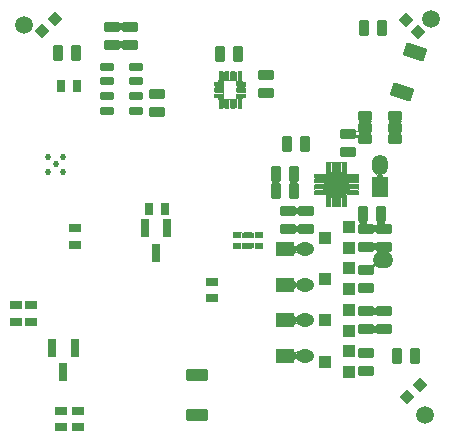
<source format=gts>
G04 #@! TF.GenerationSoftware,KiCad,Pcbnew,(6.0.2-0)*
G04 #@! TF.CreationDate,2022-07-16T10:45:31+02:00*
G04 #@! TF.ProjectId,Crazyflie contol board,4372617a-7966-46c6-9965-20636f6e746f,2.2*
G04 #@! TF.SameCoordinates,Original*
G04 #@! TF.FileFunction,Soldermask,Top*
G04 #@! TF.FilePolarity,Negative*
%FSLAX46Y46*%
G04 Gerber Fmt 4.6, Leading zero omitted, Abs format (unit mm)*
G04 Created by KiCad (PCBNEW (6.0.2-0)) date 2022-07-16 10:45:31*
%MOMM*%
%LPD*%
G01*
G04 APERTURE LIST*
G04 Aperture macros list*
%AMRoundRect*
0 Rectangle with rounded corners*
0 $1 Rounding radius*
0 $2 $3 $4 $5 $6 $7 $8 $9 X,Y pos of 4 corners*
0 Add a 4 corners polygon primitive as box body*
4,1,4,$2,$3,$4,$5,$6,$7,$8,$9,$2,$3,0*
0 Add four circle primitives for the rounded corners*
1,1,$1+$1,$2,$3*
1,1,$1+$1,$4,$5*
1,1,$1+$1,$6,$7*
1,1,$1+$1,$8,$9*
0 Add four rect primitives between the rounded corners*
20,1,$1+$1,$2,$3,$4,$5,0*
20,1,$1+$1,$4,$5,$6,$7,0*
20,1,$1+$1,$6,$7,$8,$9,0*
20,1,$1+$1,$8,$9,$2,$3,0*%
G04 Aperture macros list end*
%ADD10RoundRect,0.071120X-0.457200X0.457200X-0.457200X-0.457200X0.457200X-0.457200X0.457200X0.457200X0*%
%ADD11RoundRect,0.071120X-0.500380X0.350520X-0.500380X-0.350520X0.500380X-0.350520X0.500380X0.350520X0*%
%ADD12RoundRect,0.071120X0.571500X-0.317500X0.571500X0.317500X-0.571500X0.317500X-0.571500X-0.317500X0*%
%ADD13RoundRect,0.071120X0.317500X0.571500X-0.317500X0.571500X-0.317500X-0.571500X0.317500X-0.571500X0*%
%ADD14RoundRect,0.071120X-0.571500X0.317500X-0.571500X-0.317500X0.571500X-0.317500X0.571500X0.317500X0*%
%ADD15RoundRect,0.071120X-0.317500X-0.571500X0.317500X-0.571500X0.317500X0.571500X-0.317500X0.571500X0*%
%ADD16O,0.942340X0.391160*%
%ADD17O,0.391160X0.942340*%
%ADD18C,0.523240*%
%ADD19RoundRect,0.071120X0.849630X-0.849630X0.849630X0.849630X-0.849630X0.849630X-0.849630X-0.849630X0*%
%ADD20RoundRect,0.071120X0.000000X0.563960X-0.563960X0.000000X0.000000X-0.563960X0.563960X0.000000X0*%
%ADD21RoundRect,0.071120X0.563960X0.000000X0.000000X0.563960X-0.563960X0.000000X0.000000X-0.563960X0*%
%ADD22RoundRect,0.071120X0.000000X-0.563960X0.563960X0.000000X0.000000X0.563960X-0.563960X0.000000X0*%
%ADD23RoundRect,0.071120X0.599440X-0.800100X0.599440X0.800100X-0.599440X0.800100X-0.599440X-0.800100X0*%
%ADD24O,1.341120X1.742440*%
%ADD25RoundRect,0.071120X0.962672X0.213340X-0.653420X0.738440X-0.962672X-0.213340X0.653420X-0.738440X0*%
%ADD26RoundRect,0.071120X0.500380X-0.250190X0.500380X0.250190X-0.500380X0.250190X-0.500380X-0.250190X0*%
%ADD27RoundRect,0.071120X-0.299720X0.199390X-0.299720X-0.199390X0.299720X-0.199390X0.299720X0.199390X0*%
%ADD28RoundRect,0.071120X-0.400000X0.300000X-0.400000X-0.300000X0.400000X-0.300000X0.400000X0.300000X0*%
%ADD29RoundRect,0.071120X-0.850000X0.400000X-0.850000X-0.400000X0.850000X-0.400000X0.850000X0.400000X0*%
%ADD30RoundRect,0.071120X-0.300000X-0.400000X0.300000X-0.400000X0.300000X0.400000X-0.300000X0.400000X0*%
%ADD31RoundRect,0.071120X0.400000X-0.300000X0.400000X0.300000X-0.400000X0.300000X-0.400000X-0.300000X0*%
%ADD32RoundRect,0.070000X-0.300000X0.650000X-0.300000X-0.650000X0.300000X-0.650000X0.300000X0.650000X0*%
%ADD33C,1.500000*%
%ADD34RoundRect,0.071120X0.125000X-0.337500X0.125000X0.337500X-0.125000X0.337500X-0.125000X-0.337500X0*%
%ADD35RoundRect,0.071120X0.337500X-0.125000X0.337500X0.125000X-0.337500X0.125000X-0.337500X-0.125000X0*%
%ADD36RoundRect,0.071120X0.699770X-0.500380X0.699770X0.500380X-0.699770X0.500380X-0.699770X-0.500380X0*%
%ADD37O,1.541780X1.143000*%
%ADD38O,1.742440X1.341120*%
%ADD39C,0.522240*%
G04 APERTURE END LIST*
D10*
X147985480Y-103502460D03*
X150017480Y-104391460D03*
X150017480Y-102613460D03*
X147985480Y-107002580D03*
X150017480Y-107891580D03*
X150017480Y-106113580D03*
X147985480Y-110502700D03*
X150017480Y-111391700D03*
X150017480Y-109613700D03*
X147985480Y-114002820D03*
X150017480Y-114891820D03*
X150017480Y-113113820D03*
D11*
X151429720Y-93251020D03*
X151429720Y-94203520D03*
X151429720Y-95156020D03*
X153969720Y-95156020D03*
X153969720Y-94203520D03*
X153969720Y-93251020D03*
D12*
X152999440Y-111264700D03*
X152999440Y-109740700D03*
X143000000Y-91262000D03*
X143000000Y-89738000D03*
D13*
X140662660Y-88000000D03*
X139138660Y-88000000D03*
D14*
X131500880Y-85641180D03*
X131500880Y-87165180D03*
X129999740Y-85641180D03*
X129999740Y-87165180D03*
D13*
X155661360Y-113502440D03*
X154137360Y-113502440D03*
X152760680Y-101503480D03*
X151236680Y-101503480D03*
D12*
X152999440Y-104264460D03*
X152999440Y-102740460D03*
D15*
X125437900Y-87904320D03*
X126961900Y-87904320D03*
D12*
X151500840Y-114764820D03*
X151500840Y-113240820D03*
X151500840Y-111264700D03*
X151500840Y-109740700D03*
X151500840Y-107764580D03*
X151500840Y-106240580D03*
X151500840Y-104264460D03*
X151500840Y-102740460D03*
D16*
X150500080Y-99755960D03*
X150500080Y-99253040D03*
X150500080Y-98755200D03*
X150500080Y-98254820D03*
D17*
X149748240Y-97502980D03*
X149247860Y-97502980D03*
X148747480Y-97502980D03*
X148249640Y-97502980D03*
D16*
X147497800Y-98257360D03*
X147497800Y-98755200D03*
X147497800Y-99255580D03*
X147497800Y-99755960D03*
D17*
X148249640Y-100505260D03*
X148747480Y-100505260D03*
X149247860Y-100505260D03*
X149748240Y-100505260D03*
D18*
X149499320Y-99504500D03*
X148498560Y-99504500D03*
X148498560Y-98503740D03*
X149499320Y-98503740D03*
X148998940Y-99004120D03*
D19*
X148998940Y-99004120D03*
D20*
X156028635Y-115972345D03*
X154968965Y-117032015D03*
D21*
X155929575Y-86132915D03*
X154869905Y-85073245D03*
D22*
X124069865Y-86033855D03*
X125129535Y-84974185D03*
D14*
X149999700Y-94742000D03*
X149999700Y-96266000D03*
D12*
X144899380Y-102765860D03*
X144899380Y-101241860D03*
D13*
X145361660Y-99603560D03*
X143837660Y-99603560D03*
D15*
X151338280Y-85803740D03*
X152862280Y-85803740D03*
D12*
X146400520Y-102765860D03*
X146400520Y-101241860D03*
D23*
X152699720Y-99250500D03*
D24*
X152699720Y-97350580D03*
D15*
X143837660Y-98102420D03*
X145361660Y-98102420D03*
X144838420Y-95603060D03*
X146362420Y-95603060D03*
D25*
X154543524Y-91214700D03*
X155656516Y-87789260D03*
D14*
X133799580Y-91340940D03*
X133799580Y-92864940D03*
D26*
X129550160Y-89029540D03*
X129550160Y-90279220D03*
X129550160Y-91528900D03*
X129550160Y-92778580D03*
X132049520Y-92778580D03*
X132049520Y-91528900D03*
X132059680Y-90279220D03*
X132049520Y-89029540D03*
D27*
X142400020Y-103299260D03*
X142400020Y-104198420D03*
X141500860Y-103299260D03*
X141500860Y-104198420D03*
X140599160Y-103299260D03*
X140599160Y-104198420D03*
D28*
X138430000Y-107250000D03*
X138430000Y-108650000D03*
D29*
X137160000Y-115140000D03*
X137160000Y-118540000D03*
D28*
X127150000Y-118150000D03*
X127150000Y-119550000D03*
X125684280Y-118150000D03*
X125684280Y-119550000D03*
D30*
X125645720Y-90713560D03*
X127045720Y-90713560D03*
D28*
X123139200Y-109227160D03*
X123139200Y-110627160D03*
D31*
X126888240Y-104129840D03*
X126888240Y-102729840D03*
D28*
X121889520Y-109231200D03*
X121889520Y-110631200D03*
D30*
X133082840Y-101086920D03*
X134482840Y-101086920D03*
D32*
X126832400Y-112819760D03*
X124932400Y-112819760D03*
X125882400Y-114919760D03*
X134655560Y-102676960D03*
X132755560Y-102676960D03*
X133705560Y-104776960D03*
D33*
X157000000Y-85000000D03*
X156500000Y-118500000D03*
X122500000Y-85500000D03*
D34*
X139200000Y-92175000D03*
X139750000Y-92175000D03*
X140250000Y-92175000D03*
X140800000Y-92175000D03*
D35*
X140925000Y-91500000D03*
X140925000Y-91000000D03*
X140925000Y-90500000D03*
D34*
X140800000Y-89825000D03*
X140250000Y-89825000D03*
X139750000Y-89825000D03*
X139200000Y-89825000D03*
D35*
X139075000Y-90500000D03*
X139075000Y-91000000D03*
X139075000Y-91500000D03*
D36*
X144663160Y-113502440D03*
D37*
X146334480Y-113502440D03*
D36*
X144663160Y-110502700D03*
D37*
X146334480Y-110502700D03*
D36*
X144663160Y-107502960D03*
D37*
X146334480Y-107502960D03*
D36*
X144663160Y-104503220D03*
D37*
X146334480Y-104503220D03*
D38*
X152900380Y-105402380D03*
D39*
X124607320Y-96662240D03*
X124607320Y-97932240D03*
X125272800Y-97287080D03*
X125877320Y-97932240D03*
X125877320Y-96662240D03*
G36*
X145435969Y-113112145D02*
G01*
X145455645Y-113179157D01*
X145507988Y-113224512D01*
X145576541Y-113234369D01*
X145639638Y-113205553D01*
X145654685Y-113186634D01*
X145655340Y-113186376D01*
X145695430Y-113141380D01*
X145697329Y-113140752D01*
X145698822Y-113142082D01*
X145698510Y-113143928D01*
X145641902Y-113217700D01*
X145585012Y-113355047D01*
X145565607Y-113502440D01*
X145585012Y-113649833D01*
X145641902Y-113787180D01*
X145696487Y-113858316D01*
X145696748Y-113860299D01*
X145695161Y-113861517D01*
X145693393Y-113860849D01*
X145651926Y-113813315D01*
X145593284Y-113775904D01*
X145524027Y-113776134D01*
X145465889Y-113813772D01*
X145437234Y-113877075D01*
X145436045Y-113894093D01*
X145434927Y-113895752D01*
X145432932Y-113895612D01*
X145432050Y-113893954D01*
X145432050Y-113112708D01*
X145433050Y-113110976D01*
X145435050Y-113110976D01*
X145435969Y-113112145D01*
G37*
G36*
X152362804Y-110925253D02*
G01*
X152362972Y-110926528D01*
X152358820Y-110947399D01*
X152358820Y-111582001D01*
X152362972Y-111602872D01*
X152362329Y-111604766D01*
X152360367Y-111605156D01*
X152359347Y-111604373D01*
X152352571Y-111594232D01*
X152299195Y-111549624D01*
X152230480Y-111540992D01*
X152167850Y-111570956D01*
X152147798Y-111594099D01*
X152140933Y-111604373D01*
X152139139Y-111605258D01*
X152137476Y-111604147D01*
X152137308Y-111602872D01*
X152141460Y-111582001D01*
X152141460Y-110947399D01*
X152137308Y-110926528D01*
X152137951Y-110924634D01*
X152139913Y-110924244D01*
X152140933Y-110925027D01*
X152147709Y-110935168D01*
X152201085Y-110979776D01*
X152269800Y-110988408D01*
X152332430Y-110958444D01*
X152352482Y-110935301D01*
X152359347Y-110925027D01*
X152361141Y-110924142D01*
X152362804Y-110925253D01*
G37*
G36*
X145435969Y-110112405D02*
G01*
X145455645Y-110179417D01*
X145507988Y-110224772D01*
X145576541Y-110234629D01*
X145639638Y-110205813D01*
X145654685Y-110186894D01*
X145655340Y-110186636D01*
X145695430Y-110141640D01*
X145697329Y-110141012D01*
X145698822Y-110142342D01*
X145698510Y-110144188D01*
X145641902Y-110217960D01*
X145585012Y-110355307D01*
X145565607Y-110502700D01*
X145585012Y-110650093D01*
X145641902Y-110787440D01*
X145696487Y-110858576D01*
X145696748Y-110860559D01*
X145695161Y-110861777D01*
X145693393Y-110861109D01*
X145651926Y-110813575D01*
X145593284Y-110776164D01*
X145524027Y-110776394D01*
X145465889Y-110814032D01*
X145437234Y-110877335D01*
X145436045Y-110894353D01*
X145434927Y-110896012D01*
X145432932Y-110895872D01*
X145432050Y-110894214D01*
X145432050Y-110112968D01*
X145433050Y-110111236D01*
X145435050Y-110111236D01*
X145435969Y-110112405D01*
G37*
G36*
X152362804Y-109401253D02*
G01*
X152362972Y-109402528D01*
X152358820Y-109423399D01*
X152358820Y-110058001D01*
X152362972Y-110078872D01*
X152362329Y-110080766D01*
X152360367Y-110081156D01*
X152359347Y-110080373D01*
X152352571Y-110070232D01*
X152299195Y-110025624D01*
X152230480Y-110016992D01*
X152167850Y-110046956D01*
X152147798Y-110070099D01*
X152140933Y-110080373D01*
X152139139Y-110081258D01*
X152137476Y-110080147D01*
X152137308Y-110078872D01*
X152141460Y-110058001D01*
X152141460Y-109423399D01*
X152137308Y-109402528D01*
X152137951Y-109400634D01*
X152139913Y-109400244D01*
X152140933Y-109401027D01*
X152147709Y-109411168D01*
X152201085Y-109455776D01*
X152269800Y-109464408D01*
X152332430Y-109434444D01*
X152352482Y-109411301D01*
X152359347Y-109401027D01*
X152361141Y-109400142D01*
X152362804Y-109401253D01*
G37*
G36*
X145435969Y-107112665D02*
G01*
X145455645Y-107179677D01*
X145507988Y-107225032D01*
X145576541Y-107234889D01*
X145639638Y-107206073D01*
X145654685Y-107187154D01*
X145655340Y-107186896D01*
X145695430Y-107141900D01*
X145697329Y-107141272D01*
X145698822Y-107142602D01*
X145698510Y-107144448D01*
X145641902Y-107218220D01*
X145585012Y-107355567D01*
X145565607Y-107502960D01*
X145585012Y-107650353D01*
X145641902Y-107787700D01*
X145696487Y-107858836D01*
X145696748Y-107860819D01*
X145695161Y-107862037D01*
X145693393Y-107861369D01*
X145651926Y-107813835D01*
X145593284Y-107776424D01*
X145524027Y-107776654D01*
X145465889Y-107814292D01*
X145437234Y-107877595D01*
X145436045Y-107894613D01*
X145434927Y-107896272D01*
X145432932Y-107896132D01*
X145432050Y-107894474D01*
X145432050Y-107113228D01*
X145433050Y-107111496D01*
X145435050Y-107111496D01*
X145435969Y-107112665D01*
G37*
G36*
X152087566Y-105663435D02*
G01*
X152146778Y-105778157D01*
X152252377Y-105899207D01*
X152335837Y-105957864D01*
X152336679Y-105959678D01*
X152335529Y-105961314D01*
X152334121Y-105961418D01*
X152268615Y-105942093D01*
X152202138Y-105961521D01*
X152156666Y-106013864D01*
X152145414Y-106065429D01*
X152144068Y-106066908D01*
X152142114Y-106066482D01*
X152141460Y-106065003D01*
X152141460Y-105923279D01*
X152136161Y-105896643D01*
X152121187Y-105874233D01*
X152098777Y-105859259D01*
X152072141Y-105853960D01*
X151975059Y-105853960D01*
X151973327Y-105852960D01*
X151973327Y-105850960D01*
X151974496Y-105850041D01*
X152041511Y-105830364D01*
X152086866Y-105778021D01*
X152096752Y-105709266D01*
X152091465Y-105687231D01*
X152083896Y-105664997D01*
X152084284Y-105663035D01*
X152086177Y-105662390D01*
X152087566Y-105663435D01*
G37*
G36*
X145435969Y-104112925D02*
G01*
X145455645Y-104179937D01*
X145507988Y-104225292D01*
X145576541Y-104235149D01*
X145639638Y-104206333D01*
X145654685Y-104187414D01*
X145655340Y-104187156D01*
X145695430Y-104142160D01*
X145697329Y-104141532D01*
X145698822Y-104142862D01*
X145698510Y-104144708D01*
X145641902Y-104218480D01*
X145585012Y-104355827D01*
X145565607Y-104503220D01*
X145585012Y-104650613D01*
X145641902Y-104787960D01*
X145696487Y-104859096D01*
X145696748Y-104861079D01*
X145695161Y-104862297D01*
X145693393Y-104861629D01*
X145651926Y-104814095D01*
X145593284Y-104776684D01*
X145524027Y-104776914D01*
X145465889Y-104814552D01*
X145437234Y-104877855D01*
X145436045Y-104894873D01*
X145434927Y-104896532D01*
X145432932Y-104896392D01*
X145432050Y-104894734D01*
X145432050Y-104113488D01*
X145433050Y-104111756D01*
X145435050Y-104111756D01*
X145435969Y-104112925D01*
G37*
G36*
X152383980Y-104634073D02*
G01*
X152401503Y-104645781D01*
X152428139Y-104651080D01*
X153561009Y-104651080D01*
X153562741Y-104652080D01*
X153562741Y-104654080D01*
X153561936Y-104654852D01*
X153501513Y-104686458D01*
X153467239Y-104746643D01*
X153470945Y-104815800D01*
X153511602Y-104872184D01*
X153520269Y-104878325D01*
X153525438Y-104881656D01*
X153525784Y-104881938D01*
X153534845Y-104891191D01*
X153535342Y-104893128D01*
X153533913Y-104894527D01*
X153532266Y-104894226D01*
X153416961Y-104813188D01*
X153267303Y-104754839D01*
X153107925Y-104733856D01*
X153101029Y-104733820D01*
X152699844Y-104733820D01*
X152540248Y-104753133D01*
X152389985Y-104809913D01*
X152365156Y-104826978D01*
X152363162Y-104827135D01*
X152362029Y-104825487D01*
X152362528Y-104824001D01*
X152405026Y-104776195D01*
X152415752Y-104707774D01*
X152391184Y-104652121D01*
X152391216Y-104651828D01*
X152390840Y-104651266D01*
X152390673Y-104650963D01*
X152387719Y-104644271D01*
X152384054Y-104640995D01*
X152383724Y-104640615D01*
X152381206Y-104636847D01*
X152381075Y-104634852D01*
X152382738Y-104633740D01*
X152383980Y-104634073D01*
G37*
G36*
X152362804Y-103925013D02*
G01*
X152362972Y-103926288D01*
X152358820Y-103947159D01*
X152358820Y-104581761D01*
X152362972Y-104602631D01*
X152362329Y-104604525D01*
X152360367Y-104604915D01*
X152359347Y-104604132D01*
X152352571Y-104593992D01*
X152299195Y-104549384D01*
X152230480Y-104540752D01*
X152167850Y-104570716D01*
X152147798Y-104593859D01*
X152140933Y-104604133D01*
X152139139Y-104605018D01*
X152137476Y-104603907D01*
X152137308Y-104602632D01*
X152141460Y-104581761D01*
X152141460Y-103947159D01*
X152137308Y-103926288D01*
X152137951Y-103924394D01*
X152139913Y-103924004D01*
X152140933Y-103924787D01*
X152147709Y-103934928D01*
X152201085Y-103979536D01*
X152269800Y-103988168D01*
X152332430Y-103958204D01*
X152352482Y-103935061D01*
X152359347Y-103924787D01*
X152361141Y-103923902D01*
X152362804Y-103925013D01*
G37*
G36*
X141855465Y-103952294D02*
G01*
X141860624Y-103955741D01*
X141860796Y-103955869D01*
X141901384Y-103989790D01*
X141970099Y-103998423D01*
X142032729Y-103968460D01*
X142040242Y-103959788D01*
X142042132Y-103959134D01*
X142043644Y-103960444D01*
X142043417Y-103962209D01*
X142036479Y-103972593D01*
X142031180Y-103999229D01*
X142031180Y-104397611D01*
X142036479Y-104424247D01*
X142048189Y-104441772D01*
X142048320Y-104443768D01*
X142046657Y-104444879D01*
X142045415Y-104444546D01*
X142040256Y-104441099D01*
X142040084Y-104440971D01*
X141999496Y-104407050D01*
X141930781Y-104398417D01*
X141868151Y-104428380D01*
X141860638Y-104437052D01*
X141858748Y-104437706D01*
X141857236Y-104436396D01*
X141857463Y-104434631D01*
X141864401Y-104424247D01*
X141869700Y-104397611D01*
X141869700Y-103999229D01*
X141864401Y-103972593D01*
X141852691Y-103955068D01*
X141852560Y-103953072D01*
X141854223Y-103951961D01*
X141855465Y-103952294D01*
G37*
G36*
X140953762Y-103952293D02*
G01*
X140953914Y-103952394D01*
X140954090Y-103952525D01*
X141000956Y-103991691D01*
X141069671Y-104000322D01*
X141132302Y-103970357D01*
X141139814Y-103961688D01*
X141141704Y-103961034D01*
X141143215Y-103962344D01*
X141142988Y-103964109D01*
X141137319Y-103972593D01*
X141132020Y-103999229D01*
X141132020Y-104397611D01*
X141137319Y-104424247D01*
X141149028Y-104441770D01*
X141149159Y-104443766D01*
X141147496Y-104444877D01*
X141146258Y-104444547D01*
X141146106Y-104444446D01*
X141145930Y-104444315D01*
X141099064Y-104405149D01*
X141030349Y-104396518D01*
X140967718Y-104426483D01*
X140960206Y-104435152D01*
X140958316Y-104435806D01*
X140956805Y-104434496D01*
X140957032Y-104432731D01*
X140962701Y-104424247D01*
X140968000Y-104397611D01*
X140968000Y-103999229D01*
X140962701Y-103972593D01*
X140950992Y-103955070D01*
X140950861Y-103953074D01*
X140952524Y-103951963D01*
X140953762Y-103952293D01*
G37*
G36*
X141855465Y-103053134D02*
G01*
X141860624Y-103056581D01*
X141860796Y-103056709D01*
X141901384Y-103090630D01*
X141970099Y-103099263D01*
X142032729Y-103069300D01*
X142040242Y-103060628D01*
X142042132Y-103059974D01*
X142043644Y-103061284D01*
X142043417Y-103063049D01*
X142036479Y-103073433D01*
X142031180Y-103100069D01*
X142031180Y-103498451D01*
X142036479Y-103525087D01*
X142048189Y-103542612D01*
X142048320Y-103544608D01*
X142046657Y-103545719D01*
X142045415Y-103545386D01*
X142040256Y-103541939D01*
X142040084Y-103541811D01*
X141999496Y-103507890D01*
X141930781Y-103499257D01*
X141868151Y-103529220D01*
X141860638Y-103537892D01*
X141858748Y-103538546D01*
X141857236Y-103537236D01*
X141857463Y-103535471D01*
X141864401Y-103525087D01*
X141869700Y-103498451D01*
X141869700Y-103100069D01*
X141864401Y-103073433D01*
X141852691Y-103055908D01*
X141852560Y-103053912D01*
X141854223Y-103052801D01*
X141855465Y-103053134D01*
G37*
G36*
X140953762Y-103053133D02*
G01*
X140953914Y-103053234D01*
X140954090Y-103053365D01*
X141000956Y-103092531D01*
X141069671Y-103101162D01*
X141132302Y-103071197D01*
X141139814Y-103062528D01*
X141141704Y-103061874D01*
X141143215Y-103063184D01*
X141142988Y-103064949D01*
X141137319Y-103073433D01*
X141132020Y-103100069D01*
X141132020Y-103498451D01*
X141137319Y-103525087D01*
X141149028Y-103542610D01*
X141149159Y-103544606D01*
X141147496Y-103545717D01*
X141146258Y-103545387D01*
X141146106Y-103545286D01*
X141145930Y-103545155D01*
X141099064Y-103505989D01*
X141030349Y-103497358D01*
X140967718Y-103527323D01*
X140960206Y-103535992D01*
X140958316Y-103536646D01*
X140956805Y-103535336D01*
X140957032Y-103533571D01*
X140962701Y-103525087D01*
X140968000Y-103498451D01*
X140968000Y-103100069D01*
X140962701Y-103073433D01*
X140950992Y-103055910D01*
X140950861Y-103053914D01*
X140952524Y-103052803D01*
X140953762Y-103053133D01*
G37*
G36*
X145763884Y-102426414D02*
G01*
X145764052Y-102427689D01*
X145759900Y-102448559D01*
X145759900Y-103083161D01*
X145764052Y-103104031D01*
X145763409Y-103105925D01*
X145761447Y-103106315D01*
X145760427Y-103105532D01*
X145752381Y-103093491D01*
X145699005Y-103048883D01*
X145630290Y-103040251D01*
X145567660Y-103070215D01*
X145547608Y-103093358D01*
X145539473Y-103105532D01*
X145537679Y-103106417D01*
X145536016Y-103105306D01*
X145535848Y-103104031D01*
X145540000Y-103083161D01*
X145540000Y-102448559D01*
X145535848Y-102427689D01*
X145536491Y-102425795D01*
X145538453Y-102425405D01*
X145539473Y-102426188D01*
X145547519Y-102438229D01*
X145600895Y-102482837D01*
X145669610Y-102491469D01*
X145732240Y-102461505D01*
X145752292Y-102438362D01*
X145760427Y-102426188D01*
X145762221Y-102425303D01*
X145763884Y-102426414D01*
G37*
G36*
X152362804Y-102401013D02*
G01*
X152362972Y-102402288D01*
X152358820Y-102423159D01*
X152358820Y-103057761D01*
X152362972Y-103078632D01*
X152362329Y-103080526D01*
X152360367Y-103080916D01*
X152359347Y-103080133D01*
X152352571Y-103069992D01*
X152299195Y-103025384D01*
X152230480Y-103016752D01*
X152167850Y-103046716D01*
X152147798Y-103069859D01*
X152140933Y-103080133D01*
X152139139Y-103081018D01*
X152137476Y-103079907D01*
X152137308Y-103078632D01*
X152141460Y-103057761D01*
X152141460Y-102423159D01*
X152137308Y-102402288D01*
X152137951Y-102400394D01*
X152139913Y-102400004D01*
X152140933Y-102400787D01*
X152147709Y-102410928D01*
X152201085Y-102455536D01*
X152269800Y-102464168D01*
X152332430Y-102434204D01*
X152352482Y-102411061D01*
X152359347Y-102400787D01*
X152361141Y-102399902D01*
X152362804Y-102401013D01*
G37*
G36*
X151600211Y-102129317D02*
G01*
X151599750Y-102130731D01*
X151560425Y-102177784D01*
X151551792Y-102246500D01*
X151581682Y-102308975D01*
X151640743Y-102345461D01*
X151673392Y-102349858D01*
X151674975Y-102351080D01*
X151674708Y-102353062D01*
X151673125Y-102353840D01*
X150929539Y-102353840D01*
X150908457Y-102358034D01*
X150906563Y-102357391D01*
X150906173Y-102355429D01*
X150906532Y-102354789D01*
X150951134Y-102301419D01*
X150959765Y-102232703D01*
X150929802Y-102170074D01*
X150906659Y-102150022D01*
X150897008Y-102143573D01*
X150896123Y-102141779D01*
X150897234Y-102140116D01*
X150898509Y-102139948D01*
X150919379Y-102144100D01*
X151553981Y-102144100D01*
X151580617Y-102138801D01*
X151597104Y-102127785D01*
X151599100Y-102127654D01*
X151600211Y-102129317D01*
G37*
G36*
X153124211Y-102129317D02*
G01*
X153123750Y-102130731D01*
X153084425Y-102177784D01*
X153075792Y-102246500D01*
X153105682Y-102308975D01*
X153164743Y-102345461D01*
X153197392Y-102349858D01*
X153198975Y-102351080D01*
X153198708Y-102353062D01*
X153197125Y-102353840D01*
X152428139Y-102353840D01*
X152407269Y-102357992D01*
X152405375Y-102357349D01*
X152404985Y-102355387D01*
X152405768Y-102354367D01*
X152417826Y-102346310D01*
X152462433Y-102292935D01*
X152471066Y-102224219D01*
X152441103Y-102161590D01*
X152419935Y-102143249D01*
X152419281Y-102141359D01*
X152420591Y-102139847D01*
X152421635Y-102139775D01*
X152443379Y-102144100D01*
X153077981Y-102144100D01*
X153104617Y-102138801D01*
X153121104Y-102127785D01*
X153123100Y-102127654D01*
X153124211Y-102129317D01*
G37*
G36*
X145763884Y-100902414D02*
G01*
X145764052Y-100903689D01*
X145759900Y-100924559D01*
X145759900Y-101559161D01*
X145764052Y-101580031D01*
X145763409Y-101581925D01*
X145761447Y-101582315D01*
X145760427Y-101581532D01*
X145752381Y-101569491D01*
X145699005Y-101524883D01*
X145630290Y-101516251D01*
X145567660Y-101546215D01*
X145547608Y-101569358D01*
X145539473Y-101581532D01*
X145537679Y-101582417D01*
X145536016Y-101581306D01*
X145535848Y-101580031D01*
X145540000Y-101559161D01*
X145540000Y-100924559D01*
X145535848Y-100903689D01*
X145536491Y-100901795D01*
X145538453Y-100901405D01*
X145539473Y-100902188D01*
X145547519Y-100914229D01*
X145600895Y-100958837D01*
X145669610Y-100967469D01*
X145732240Y-100937505D01*
X145752292Y-100914362D01*
X145760427Y-100902188D01*
X145762221Y-100901303D01*
X145763884Y-100902414D01*
G37*
G36*
X149895637Y-99907395D02*
G01*
X149895304Y-99908637D01*
X149892366Y-99913033D01*
X149892238Y-99913205D01*
X149857519Y-99954749D01*
X149848887Y-100023464D01*
X149877499Y-100083268D01*
X149877345Y-100085262D01*
X149875540Y-100086125D01*
X149874584Y-100085794D01*
X149822306Y-100050863D01*
X149748240Y-100036130D01*
X149674174Y-100050863D01*
X149611386Y-100092816D01*
X149569433Y-100155604D01*
X149554660Y-100229869D01*
X149554660Y-100780651D01*
X149569433Y-100854916D01*
X149603417Y-100905777D01*
X149603548Y-100907773D01*
X149601885Y-100908884D01*
X149600468Y-100908420D01*
X149583256Y-100893978D01*
X149583117Y-100894144D01*
X149581238Y-100894828D01*
X149580205Y-100894305D01*
X149554373Y-100869675D01*
X149486365Y-100856568D01*
X149421973Y-100882348D01*
X149409477Y-100896768D01*
X149409252Y-100896990D01*
X149395635Y-100908416D01*
X149393665Y-100908763D01*
X149392379Y-100907231D01*
X149392686Y-100905773D01*
X149426667Y-100854916D01*
X149441440Y-100780651D01*
X149441440Y-100229869D01*
X149426667Y-100155604D01*
X149384714Y-100092816D01*
X149321926Y-100050863D01*
X149247860Y-100036130D01*
X149173794Y-100050863D01*
X149111006Y-100092816D01*
X149069053Y-100155604D01*
X149054280Y-100229869D01*
X149054280Y-100780651D01*
X149069053Y-100854916D01*
X149103037Y-100905777D01*
X149103168Y-100907773D01*
X149101505Y-100908884D01*
X149100088Y-100908420D01*
X149082876Y-100893978D01*
X149082737Y-100894144D01*
X149080858Y-100894828D01*
X149079825Y-100894305D01*
X149053993Y-100869675D01*
X148985985Y-100856568D01*
X148921593Y-100882348D01*
X148909097Y-100896768D01*
X148908872Y-100896990D01*
X148895255Y-100908416D01*
X148893285Y-100908763D01*
X148891999Y-100907231D01*
X148892306Y-100905773D01*
X148926287Y-100854916D01*
X148941060Y-100780651D01*
X148941060Y-100229869D01*
X148926287Y-100155604D01*
X148884334Y-100092816D01*
X148821546Y-100050863D01*
X148747480Y-100036130D01*
X148673414Y-100050863D01*
X148610626Y-100092816D01*
X148568673Y-100155604D01*
X148553900Y-100229869D01*
X148553900Y-100780651D01*
X148568673Y-100854916D01*
X148602657Y-100905777D01*
X148602788Y-100907773D01*
X148601125Y-100908884D01*
X148599708Y-100908420D01*
X148582496Y-100893978D01*
X148581896Y-100894693D01*
X148580016Y-100895377D01*
X148578984Y-100894854D01*
X148554888Y-100871877D01*
X148486881Y-100858767D01*
X148422489Y-100884542D01*
X148413590Y-100894812D01*
X148413364Y-100895034D01*
X148397414Y-100908418D01*
X148395444Y-100908765D01*
X148394158Y-100907233D01*
X148394465Y-100905775D01*
X148428447Y-100854916D01*
X148443220Y-100780651D01*
X148443220Y-100229869D01*
X148428447Y-100155604D01*
X148386494Y-100092816D01*
X148323706Y-100050863D01*
X148249640Y-100036130D01*
X148175574Y-100050863D01*
X148116255Y-100090498D01*
X148114259Y-100090629D01*
X148113148Y-100088966D01*
X148113479Y-100087727D01*
X148145032Y-100040300D01*
X148146131Y-99971049D01*
X148110791Y-99914093D01*
X148110727Y-99912094D01*
X148112427Y-99911040D01*
X148113601Y-99911376D01*
X148122873Y-99917571D01*
X148149509Y-99922870D01*
X149848371Y-99922870D01*
X149875007Y-99917571D01*
X149892530Y-99905863D01*
X149894526Y-99905732D01*
X149895637Y-99907395D01*
G37*
G36*
X148091074Y-98119022D02*
G01*
X148090738Y-98120196D01*
X148085489Y-98128053D01*
X148080190Y-98154689D01*
X148080190Y-99853551D01*
X148085489Y-99880187D01*
X148097197Y-99897709D01*
X148097328Y-99899705D01*
X148095665Y-99900816D01*
X148094423Y-99900483D01*
X148086299Y-99895055D01*
X148086127Y-99894927D01*
X148049257Y-99864114D01*
X147980542Y-99855481D01*
X147920455Y-99884228D01*
X147918461Y-99884074D01*
X147917598Y-99882269D01*
X147917929Y-99881313D01*
X147952197Y-99830026D01*
X147966930Y-99755960D01*
X147952197Y-99681894D01*
X147910244Y-99619106D01*
X147847456Y-99577153D01*
X147773191Y-99562380D01*
X147222409Y-99562380D01*
X147148144Y-99577153D01*
X147097283Y-99611137D01*
X147095287Y-99611268D01*
X147094176Y-99609605D01*
X147094640Y-99608188D01*
X147109082Y-99590976D01*
X147108916Y-99590837D01*
X147108232Y-99588958D01*
X147108755Y-99587925D01*
X147133385Y-99562093D01*
X147146492Y-99494085D01*
X147120712Y-99429693D01*
X147106292Y-99417197D01*
X147106070Y-99416972D01*
X147094644Y-99403355D01*
X147094297Y-99401385D01*
X147095829Y-99400099D01*
X147097287Y-99400406D01*
X147148144Y-99434387D01*
X147222409Y-99449160D01*
X147773191Y-99449160D01*
X147847456Y-99434387D01*
X147910244Y-99392434D01*
X147952197Y-99329646D01*
X147966930Y-99255580D01*
X147952197Y-99181514D01*
X147910244Y-99118726D01*
X147847456Y-99076773D01*
X147773191Y-99062000D01*
X147222409Y-99062000D01*
X147148144Y-99076773D01*
X147097283Y-99110757D01*
X147095287Y-99110888D01*
X147094176Y-99109225D01*
X147094640Y-99107808D01*
X147109082Y-99090596D01*
X147108916Y-99090457D01*
X147108232Y-99088578D01*
X147108755Y-99087545D01*
X147133385Y-99061713D01*
X147146492Y-98993705D01*
X147120712Y-98929313D01*
X147106292Y-98916817D01*
X147106070Y-98916592D01*
X147094644Y-98902975D01*
X147094297Y-98901005D01*
X147095829Y-98899719D01*
X147097287Y-98900026D01*
X147148144Y-98934007D01*
X147222409Y-98948780D01*
X147773191Y-98948780D01*
X147847456Y-98934007D01*
X147910244Y-98892054D01*
X147952197Y-98829266D01*
X147966930Y-98755200D01*
X147952197Y-98681134D01*
X147910244Y-98618346D01*
X147847456Y-98576393D01*
X147773191Y-98561620D01*
X147222409Y-98561620D01*
X147148144Y-98576393D01*
X147097283Y-98610377D01*
X147095287Y-98610508D01*
X147094176Y-98608845D01*
X147094640Y-98607428D01*
X147109082Y-98590216D01*
X147108367Y-98589616D01*
X147107683Y-98587736D01*
X147108206Y-98586704D01*
X147131183Y-98562608D01*
X147144293Y-98494601D01*
X147118518Y-98430209D01*
X147108248Y-98421310D01*
X147108026Y-98421084D01*
X147094642Y-98405134D01*
X147094295Y-98403164D01*
X147095827Y-98401878D01*
X147097285Y-98402185D01*
X147148144Y-98436167D01*
X147222409Y-98450940D01*
X147773191Y-98450940D01*
X147847456Y-98436167D01*
X147910244Y-98394214D01*
X147952197Y-98331426D01*
X147966930Y-98257360D01*
X147952197Y-98183294D01*
X147911964Y-98123079D01*
X147911833Y-98121083D01*
X147913496Y-98119972D01*
X147914735Y-98120303D01*
X147961814Y-98151626D01*
X148031066Y-98152725D01*
X148088021Y-98117386D01*
X148090020Y-98117322D01*
X148091074Y-98119022D01*
G37*
G36*
X149903457Y-98107757D02*
G01*
X149907856Y-98110696D01*
X149908028Y-98110824D01*
X149949569Y-98145541D01*
X150018284Y-98154173D01*
X150078088Y-98125561D01*
X150080082Y-98125715D01*
X150080945Y-98127520D01*
X150080614Y-98128476D01*
X150045683Y-98180754D01*
X150030950Y-98254820D01*
X150045683Y-98328886D01*
X150087636Y-98391674D01*
X150150424Y-98433627D01*
X150224689Y-98448400D01*
X150775471Y-98448400D01*
X150849736Y-98433627D01*
X150900597Y-98399643D01*
X150902593Y-98399512D01*
X150903704Y-98401175D01*
X150903240Y-98402592D01*
X150888798Y-98419804D01*
X150888964Y-98419943D01*
X150889648Y-98421822D01*
X150889125Y-98422855D01*
X150864495Y-98448687D01*
X150851388Y-98516695D01*
X150877168Y-98581087D01*
X150891588Y-98593583D01*
X150891810Y-98593808D01*
X150903236Y-98607425D01*
X150903583Y-98609395D01*
X150902051Y-98610681D01*
X150900593Y-98610374D01*
X150849736Y-98576393D01*
X150775471Y-98561620D01*
X150224689Y-98561620D01*
X150150424Y-98576393D01*
X150087636Y-98618346D01*
X150045683Y-98681134D01*
X150030950Y-98755200D01*
X150045683Y-98829266D01*
X150087636Y-98892054D01*
X150150424Y-98934007D01*
X150224689Y-98948780D01*
X150775471Y-98948780D01*
X150849736Y-98934007D01*
X150900597Y-98900023D01*
X150902593Y-98899892D01*
X150903704Y-98901555D01*
X150903240Y-98902972D01*
X150888798Y-98920184D01*
X150889513Y-98920784D01*
X150890197Y-98922664D01*
X150889674Y-98923696D01*
X150866697Y-98947792D01*
X150853587Y-99015799D01*
X150879362Y-99080191D01*
X150889632Y-99089090D01*
X150889854Y-99089316D01*
X150903238Y-99105266D01*
X150903585Y-99107236D01*
X150902053Y-99108522D01*
X150900595Y-99108215D01*
X150849736Y-99074233D01*
X150775471Y-99059460D01*
X150224689Y-99059460D01*
X150150424Y-99074233D01*
X150087636Y-99116186D01*
X150045683Y-99178974D01*
X150030950Y-99253040D01*
X150045683Y-99327106D01*
X150087636Y-99389894D01*
X150150424Y-99431847D01*
X150224689Y-99446620D01*
X150775471Y-99446620D01*
X150849736Y-99431847D01*
X150900597Y-99397863D01*
X150902593Y-99397732D01*
X150903704Y-99399395D01*
X150903240Y-99400812D01*
X150888612Y-99418245D01*
X150889099Y-99419581D01*
X150888576Y-99420614D01*
X150862296Y-99448176D01*
X150849188Y-99516184D01*
X150874966Y-99580574D01*
X150893544Y-99596672D01*
X150893766Y-99596898D01*
X150903238Y-99608186D01*
X150903585Y-99610156D01*
X150902053Y-99611442D01*
X150900595Y-99611135D01*
X150849736Y-99577153D01*
X150775471Y-99562380D01*
X150224689Y-99562380D01*
X150150424Y-99577153D01*
X150087636Y-99619106D01*
X150045683Y-99681894D01*
X150030950Y-99755960D01*
X150045683Y-99830026D01*
X150084720Y-99888451D01*
X150084851Y-99890447D01*
X150083188Y-99891558D01*
X150081949Y-99891227D01*
X150034178Y-99859443D01*
X149964927Y-99858342D01*
X149907969Y-99893682D01*
X149905970Y-99893746D01*
X149904916Y-99892046D01*
X149905252Y-99890872D01*
X149912391Y-99880187D01*
X149917690Y-99853551D01*
X149917690Y-98154689D01*
X149912391Y-98128053D01*
X149900683Y-98110531D01*
X149900552Y-98108535D01*
X149902215Y-98107424D01*
X149903457Y-98107757D01*
G37*
G36*
X145701725Y-98739531D02*
G01*
X145702115Y-98741493D01*
X145701332Y-98742513D01*
X145689291Y-98750559D01*
X145644683Y-98803935D01*
X145636051Y-98872650D01*
X145666015Y-98935280D01*
X145689158Y-98955332D01*
X145701332Y-98963467D01*
X145702217Y-98965261D01*
X145701106Y-98966924D01*
X145699831Y-98967092D01*
X145678961Y-98962940D01*
X145044359Y-98962940D01*
X145023489Y-98967092D01*
X145021595Y-98966449D01*
X145021205Y-98964487D01*
X145021988Y-98963467D01*
X145034029Y-98955421D01*
X145078637Y-98902045D01*
X145087269Y-98833330D01*
X145057305Y-98770700D01*
X145034162Y-98750648D01*
X145021988Y-98742513D01*
X145021103Y-98740719D01*
X145022214Y-98739056D01*
X145023489Y-98738888D01*
X145044359Y-98743040D01*
X145678961Y-98743040D01*
X145699831Y-98738888D01*
X145701725Y-98739531D01*
G37*
G36*
X144177725Y-98739531D02*
G01*
X144178115Y-98741493D01*
X144177332Y-98742513D01*
X144165291Y-98750559D01*
X144120683Y-98803935D01*
X144112051Y-98872650D01*
X144142015Y-98935280D01*
X144165158Y-98955332D01*
X144177332Y-98963467D01*
X144178217Y-98965261D01*
X144177106Y-98966924D01*
X144175831Y-98967092D01*
X144154961Y-98962940D01*
X143520359Y-98962940D01*
X143499489Y-98967092D01*
X143497595Y-98966449D01*
X143497205Y-98964487D01*
X143497988Y-98963467D01*
X143510029Y-98955421D01*
X143554637Y-98902045D01*
X143563269Y-98833330D01*
X143533305Y-98770700D01*
X143510162Y-98750648D01*
X143497988Y-98742513D01*
X143497103Y-98740719D01*
X143498214Y-98739056D01*
X143499489Y-98738888D01*
X143520359Y-98743040D01*
X144154961Y-98743040D01*
X144175831Y-98738888D01*
X144177725Y-98739531D01*
G37*
G36*
X152367184Y-98126166D02*
G01*
X152460136Y-98175381D01*
X152615930Y-98214513D01*
X152776559Y-98215355D01*
X152932758Y-98177855D01*
X153025132Y-98130177D01*
X153027129Y-98130271D01*
X153028047Y-98132048D01*
X153027097Y-98133657D01*
X153001558Y-98149369D01*
X152954984Y-98201030D01*
X152943780Y-98269378D01*
X152971306Y-98332930D01*
X153028939Y-98371592D01*
X153066068Y-98377303D01*
X153067628Y-98378555D01*
X153067324Y-98380532D01*
X153065764Y-98381280D01*
X152332061Y-98381280D01*
X152330329Y-98380280D01*
X152330329Y-98378280D01*
X152331498Y-98377361D01*
X152398510Y-98357685D01*
X152443865Y-98305342D01*
X152453722Y-98236789D01*
X152424889Y-98173654D01*
X152397846Y-98150356D01*
X152365176Y-98129623D01*
X152364250Y-98127850D01*
X152365321Y-98126162D01*
X152367184Y-98126166D01*
G37*
G36*
X149395632Y-97099820D02*
G01*
X149412844Y-97114262D01*
X149412983Y-97114096D01*
X149414862Y-97113412D01*
X149415895Y-97113935D01*
X149441727Y-97138565D01*
X149509735Y-97151672D01*
X149574127Y-97125892D01*
X149586623Y-97111472D01*
X149586848Y-97111250D01*
X149600465Y-97099824D01*
X149602435Y-97099477D01*
X149603721Y-97101009D01*
X149603414Y-97102467D01*
X149569433Y-97153324D01*
X149554660Y-97227589D01*
X149554660Y-97778371D01*
X149569433Y-97852636D01*
X149611386Y-97915424D01*
X149674174Y-97957377D01*
X149748240Y-97972110D01*
X149822306Y-97957377D01*
X149881625Y-97917742D01*
X149883621Y-97917611D01*
X149884732Y-97919274D01*
X149884401Y-97920513D01*
X149852848Y-97967940D01*
X149851749Y-98037191D01*
X149887089Y-98094147D01*
X149887153Y-98096146D01*
X149885453Y-98097200D01*
X149884279Y-98096864D01*
X149875007Y-98090669D01*
X149848371Y-98085370D01*
X148149509Y-98085370D01*
X148122873Y-98090669D01*
X148105351Y-98102377D01*
X148103355Y-98102508D01*
X148102244Y-98100845D01*
X148102577Y-98099603D01*
X148105514Y-98095207D01*
X148105642Y-98095035D01*
X148140361Y-98053491D01*
X148148993Y-97984776D01*
X148120381Y-97924972D01*
X148120535Y-97922978D01*
X148122340Y-97922115D01*
X148123296Y-97922446D01*
X148175574Y-97957377D01*
X148249640Y-97972110D01*
X148323706Y-97957377D01*
X148386494Y-97915424D01*
X148428447Y-97852636D01*
X148443220Y-97778371D01*
X148443220Y-97227589D01*
X148428447Y-97153324D01*
X148394463Y-97102463D01*
X148394332Y-97100467D01*
X148395995Y-97099356D01*
X148397412Y-97099820D01*
X148414624Y-97114262D01*
X148415224Y-97113547D01*
X148417104Y-97112863D01*
X148418136Y-97113386D01*
X148442232Y-97136363D01*
X148510239Y-97149473D01*
X148574631Y-97123698D01*
X148583530Y-97113428D01*
X148583756Y-97113206D01*
X148599706Y-97099822D01*
X148601676Y-97099475D01*
X148602962Y-97101007D01*
X148602655Y-97102465D01*
X148568673Y-97153324D01*
X148553900Y-97227589D01*
X148553900Y-97778371D01*
X148568673Y-97852636D01*
X148610626Y-97915424D01*
X148673414Y-97957377D01*
X148747480Y-97972110D01*
X148821546Y-97957377D01*
X148884334Y-97915424D01*
X148926287Y-97852636D01*
X148941060Y-97778371D01*
X148941060Y-97227589D01*
X148926287Y-97153324D01*
X148892303Y-97102463D01*
X148892172Y-97100467D01*
X148893835Y-97099356D01*
X148895252Y-97099820D01*
X148912464Y-97114262D01*
X148912603Y-97114096D01*
X148914482Y-97113412D01*
X148915515Y-97113935D01*
X148941347Y-97138565D01*
X149009355Y-97151672D01*
X149073747Y-97125892D01*
X149086243Y-97111472D01*
X149086468Y-97111250D01*
X149100085Y-97099824D01*
X149102055Y-97099477D01*
X149103341Y-97101009D01*
X149103034Y-97102467D01*
X149069053Y-97153324D01*
X149054280Y-97227589D01*
X149054280Y-97778371D01*
X149069053Y-97852636D01*
X149111006Y-97915424D01*
X149173794Y-97957377D01*
X149247860Y-97972110D01*
X149321926Y-97957377D01*
X149384714Y-97915424D01*
X149426667Y-97852636D01*
X149441440Y-97778371D01*
X149441440Y-97227589D01*
X149426667Y-97153324D01*
X149392683Y-97102463D01*
X149392552Y-97100467D01*
X149394215Y-97099356D01*
X149395632Y-97099820D01*
G37*
G36*
X150644239Y-94701201D02*
G01*
X150663915Y-94768213D01*
X150716258Y-94813568D01*
X150784811Y-94823425D01*
X150847956Y-94794587D01*
X150861734Y-94778971D01*
X150863630Y-94778334D01*
X150865130Y-94779657D01*
X150865196Y-94780684D01*
X150860220Y-94805699D01*
X150860220Y-95163236D01*
X150859220Y-95164968D01*
X150857220Y-95164968D01*
X150856301Y-95163799D01*
X150836625Y-95096787D01*
X150784282Y-95051432D01*
X150715729Y-95041575D01*
X150652584Y-95070413D01*
X150638806Y-95086029D01*
X150636910Y-95086666D01*
X150635410Y-95085343D01*
X150635344Y-95084316D01*
X150640320Y-95059301D01*
X150640320Y-94701764D01*
X150641320Y-94700032D01*
X150643320Y-94700032D01*
X150644239Y-94701201D01*
G37*
G36*
X150885380Y-94606152D02*
G01*
X150902903Y-94617861D01*
X150929539Y-94623160D01*
X151929901Y-94623160D01*
X151956537Y-94617861D01*
X151974061Y-94606152D01*
X151976057Y-94606021D01*
X151977168Y-94607684D01*
X151976835Y-94608926D01*
X151975319Y-94611196D01*
X151954539Y-94677560D01*
X151975328Y-94748358D01*
X151976835Y-94750614D01*
X151976966Y-94752610D01*
X151975303Y-94753721D01*
X151974061Y-94753388D01*
X151956537Y-94741679D01*
X151929901Y-94736380D01*
X150929539Y-94736380D01*
X150902903Y-94741679D01*
X150885380Y-94753388D01*
X150883384Y-94753519D01*
X150882273Y-94751856D01*
X150882606Y-94750614D01*
X150884121Y-94748346D01*
X150904901Y-94681981D01*
X150884112Y-94611181D01*
X150882606Y-94608926D01*
X150882475Y-94606930D01*
X150884138Y-94605819D01*
X150885380Y-94606152D01*
G37*
G36*
X153425379Y-94606152D02*
G01*
X153442903Y-94617861D01*
X153469539Y-94623160D01*
X154469901Y-94623160D01*
X154496537Y-94617861D01*
X154514061Y-94606152D01*
X154516057Y-94606021D01*
X154517168Y-94607684D01*
X154516835Y-94608926D01*
X154515319Y-94611196D01*
X154494539Y-94677560D01*
X154515328Y-94748358D01*
X154516835Y-94750614D01*
X154516966Y-94752610D01*
X154515303Y-94753721D01*
X154514061Y-94753388D01*
X154496537Y-94741679D01*
X154469901Y-94736380D01*
X153469539Y-94736380D01*
X153442903Y-94741679D01*
X153425379Y-94753388D01*
X153423383Y-94753519D01*
X153422272Y-94751856D01*
X153422605Y-94750614D01*
X153424121Y-94748344D01*
X153444901Y-94681980D01*
X153424112Y-94611182D01*
X153422605Y-94608926D01*
X153422474Y-94606930D01*
X153424137Y-94605819D01*
X153425379Y-94606152D01*
G37*
G36*
X150859442Y-94319185D02*
G01*
X150860220Y-94320768D01*
X150860220Y-94553841D01*
X150865519Y-94580477D01*
X150866373Y-94581756D01*
X150866504Y-94583752D01*
X150864840Y-94584863D01*
X150863427Y-94584402D01*
X150816372Y-94545078D01*
X150747657Y-94536447D01*
X150685182Y-94566337D01*
X150648698Y-94625399D01*
X150644302Y-94658039D01*
X150643080Y-94659622D01*
X150641098Y-94659355D01*
X150640320Y-94657772D01*
X150640320Y-94424699D01*
X150635021Y-94398063D01*
X150634167Y-94396784D01*
X150634036Y-94394788D01*
X150635700Y-94393677D01*
X150637113Y-94394138D01*
X150684168Y-94433462D01*
X150752883Y-94442093D01*
X150815358Y-94412203D01*
X150851842Y-94353141D01*
X150856238Y-94320501D01*
X150857460Y-94318918D01*
X150859442Y-94319185D01*
G37*
G36*
X153425379Y-93653652D02*
G01*
X153442903Y-93665361D01*
X153469539Y-93670660D01*
X154469901Y-93670660D01*
X154496537Y-93665361D01*
X154514061Y-93653652D01*
X154516057Y-93653521D01*
X154517168Y-93655184D01*
X154516835Y-93656426D01*
X154515319Y-93658696D01*
X154494539Y-93725060D01*
X154515328Y-93795858D01*
X154516835Y-93798114D01*
X154516966Y-93800110D01*
X154515303Y-93801221D01*
X154514061Y-93800888D01*
X154496537Y-93789179D01*
X154469901Y-93783880D01*
X153469539Y-93783880D01*
X153442903Y-93789179D01*
X153425379Y-93800888D01*
X153423383Y-93801019D01*
X153422272Y-93799356D01*
X153422605Y-93798114D01*
X153424121Y-93795844D01*
X153444901Y-93729480D01*
X153424112Y-93658682D01*
X153422605Y-93656426D01*
X153422474Y-93654430D01*
X153424137Y-93653319D01*
X153425379Y-93653652D01*
G37*
G36*
X150885379Y-93653652D02*
G01*
X150902903Y-93665361D01*
X150929539Y-93670660D01*
X151929901Y-93670660D01*
X151956537Y-93665361D01*
X151974061Y-93653652D01*
X151976057Y-93653521D01*
X151977168Y-93655184D01*
X151976835Y-93656426D01*
X151975319Y-93658696D01*
X151954539Y-93725060D01*
X151975328Y-93795858D01*
X151976835Y-93798114D01*
X151976966Y-93800110D01*
X151975303Y-93801221D01*
X151974061Y-93800888D01*
X151956537Y-93789179D01*
X151929901Y-93783880D01*
X150929539Y-93783880D01*
X150902903Y-93789179D01*
X150885379Y-93800888D01*
X150883383Y-93801019D01*
X150882272Y-93799356D01*
X150882605Y-93798114D01*
X150884121Y-93795844D01*
X150904901Y-93729480D01*
X150884112Y-93658682D01*
X150882605Y-93656426D01*
X150882474Y-93654430D01*
X150884137Y-93653319D01*
X150885379Y-93653652D01*
G37*
G36*
X139929886Y-91790765D02*
G01*
X139931427Y-91791794D01*
X139997790Y-91812573D01*
X140068587Y-91791785D01*
X140070114Y-91790765D01*
X140072110Y-91790634D01*
X140073221Y-91792297D01*
X140072888Y-91793539D01*
X140061179Y-91811063D01*
X140055880Y-91837699D01*
X140055880Y-92512301D01*
X140061179Y-92538937D01*
X140072888Y-92556461D01*
X140073019Y-92558457D01*
X140071356Y-92559568D01*
X140070114Y-92559235D01*
X140068573Y-92558206D01*
X140002210Y-92537427D01*
X139931413Y-92558215D01*
X139929886Y-92559235D01*
X139927890Y-92559366D01*
X139926779Y-92557703D01*
X139927112Y-92556461D01*
X139938821Y-92538937D01*
X139944120Y-92512301D01*
X139944120Y-91837699D01*
X139938821Y-91811063D01*
X139927112Y-91793539D01*
X139926981Y-91791543D01*
X139928644Y-91790432D01*
X139929886Y-91790765D01*
G37*
G36*
X140521385Y-91639906D02*
G01*
X140523679Y-91651437D01*
X140538653Y-91673847D01*
X140561063Y-91688821D01*
X140587699Y-91694120D01*
X141117856Y-91694120D01*
X141119588Y-91695120D01*
X141119588Y-91697120D01*
X141118419Y-91698039D01*
X141051407Y-91717715D01*
X141006072Y-91770036D01*
X140998182Y-91837733D01*
X140996988Y-91839337D01*
X140996195Y-91839501D01*
X140996120Y-91839501D01*
X140994388Y-91838501D01*
X140994221Y-91837877D01*
X140994158Y-91837890D01*
X140988821Y-91811063D01*
X140973847Y-91788653D01*
X140951437Y-91773679D01*
X140924801Y-91768380D01*
X140675199Y-91768380D01*
X140648563Y-91773679D01*
X140626153Y-91788653D01*
X140611179Y-91811063D01*
X140605880Y-91837699D01*
X140605880Y-92512301D01*
X140611179Y-92538937D01*
X140622887Y-92556460D01*
X140623018Y-92558456D01*
X140621355Y-92559567D01*
X140620113Y-92559234D01*
X140615510Y-92556158D01*
X140615338Y-92556030D01*
X140574054Y-92521530D01*
X140505339Y-92512899D01*
X140442709Y-92542863D01*
X140435197Y-92551532D01*
X140433307Y-92552186D01*
X140431796Y-92550876D01*
X140432023Y-92549111D01*
X140438821Y-92538937D01*
X140444120Y-92512301D01*
X140444120Y-91837699D01*
X140438821Y-91811063D01*
X140423847Y-91788653D01*
X140401437Y-91773679D01*
X140379165Y-91769248D01*
X140377661Y-91767929D01*
X140378051Y-91765967D01*
X140379377Y-91765294D01*
X140440452Y-91759829D01*
X140495146Y-91717342D01*
X140518245Y-91651869D01*
X140517428Y-91640439D01*
X140518302Y-91638640D01*
X140520297Y-91638497D01*
X140521385Y-91639906D01*
G37*
G36*
X139484033Y-91628051D02*
G01*
X139484706Y-91629377D01*
X139490171Y-91690452D01*
X139532658Y-91745146D01*
X139598131Y-91768245D01*
X139609561Y-91767428D01*
X139611360Y-91768302D01*
X139611503Y-91770297D01*
X139610094Y-91771385D01*
X139598563Y-91773679D01*
X139576153Y-91788653D01*
X139561179Y-91811063D01*
X139555880Y-91837699D01*
X139555880Y-92512301D01*
X139561179Y-92538937D01*
X139572887Y-92556460D01*
X139573018Y-92558456D01*
X139571355Y-92559567D01*
X139570113Y-92559234D01*
X139565510Y-92556158D01*
X139565338Y-92556030D01*
X139524054Y-92521530D01*
X139455339Y-92512899D01*
X139392709Y-92542863D01*
X139385197Y-92551532D01*
X139383307Y-92552186D01*
X139381796Y-92550876D01*
X139382023Y-92549111D01*
X139388821Y-92538937D01*
X139394120Y-92512301D01*
X139394120Y-91837699D01*
X139388821Y-91811063D01*
X139373847Y-91788653D01*
X139351437Y-91773679D01*
X139324801Y-91768380D01*
X139075199Y-91768380D01*
X139048563Y-91773679D01*
X139026153Y-91788653D01*
X139011179Y-91811063D01*
X139005938Y-91837406D01*
X139004619Y-91838910D01*
X139002657Y-91838520D01*
X139001984Y-91837194D01*
X138996521Y-91776120D01*
X138954054Y-91721448D01*
X138881525Y-91698023D01*
X138880184Y-91696539D01*
X138880799Y-91694636D01*
X138882140Y-91694120D01*
X139412301Y-91694120D01*
X139438937Y-91688821D01*
X139461347Y-91673847D01*
X139476321Y-91651437D01*
X139480752Y-91629165D01*
X139482071Y-91627661D01*
X139484033Y-91628051D01*
G37*
G36*
X138693539Y-91177112D02*
G01*
X138711063Y-91188821D01*
X138737699Y-91194120D01*
X139412301Y-91194120D01*
X139438937Y-91188821D01*
X139456461Y-91177112D01*
X139458457Y-91176981D01*
X139459568Y-91178644D01*
X139459235Y-91179886D01*
X139458206Y-91181427D01*
X139437427Y-91247790D01*
X139458215Y-91318587D01*
X139459235Y-91320114D01*
X139459366Y-91322110D01*
X139457703Y-91323221D01*
X139456461Y-91322888D01*
X139438937Y-91311179D01*
X139412301Y-91305880D01*
X138737699Y-91305880D01*
X138711063Y-91311179D01*
X138693539Y-91322888D01*
X138691543Y-91323019D01*
X138690432Y-91321356D01*
X138690765Y-91320114D01*
X138691794Y-91318573D01*
X138712573Y-91252210D01*
X138691785Y-91181413D01*
X138690765Y-91179886D01*
X138690634Y-91177890D01*
X138692297Y-91176779D01*
X138693539Y-91177112D01*
G37*
G36*
X140543539Y-91177112D02*
G01*
X140561063Y-91188821D01*
X140587699Y-91194120D01*
X141262301Y-91194120D01*
X141288937Y-91188821D01*
X141306461Y-91177112D01*
X141308457Y-91176981D01*
X141309568Y-91178644D01*
X141309235Y-91179886D01*
X141308206Y-91181427D01*
X141287427Y-91247790D01*
X141308215Y-91318587D01*
X141309235Y-91320114D01*
X141309366Y-91322110D01*
X141307703Y-91323221D01*
X141306461Y-91322888D01*
X141288937Y-91311179D01*
X141262301Y-91305880D01*
X140587699Y-91305880D01*
X140561063Y-91311179D01*
X140543539Y-91322888D01*
X140541543Y-91323019D01*
X140540432Y-91321356D01*
X140540765Y-91320114D01*
X140541794Y-91318573D01*
X140562573Y-91252210D01*
X140541785Y-91181413D01*
X140540765Y-91179886D01*
X140540634Y-91177890D01*
X140542297Y-91176779D01*
X140543539Y-91177112D01*
G37*
G36*
X140543539Y-90677112D02*
G01*
X140561063Y-90688821D01*
X140587699Y-90694120D01*
X141262301Y-90694120D01*
X141288937Y-90688821D01*
X141306461Y-90677112D01*
X141308457Y-90676981D01*
X141309568Y-90678644D01*
X141309235Y-90679886D01*
X141308206Y-90681427D01*
X141287427Y-90747790D01*
X141308215Y-90818587D01*
X141309235Y-90820114D01*
X141309366Y-90822110D01*
X141307703Y-90823221D01*
X141306461Y-90822888D01*
X141288937Y-90811179D01*
X141262301Y-90805880D01*
X140587699Y-90805880D01*
X140561063Y-90811179D01*
X140543539Y-90822888D01*
X140541543Y-90823019D01*
X140540432Y-90821356D01*
X140540765Y-90820114D01*
X140541794Y-90818573D01*
X140562573Y-90752210D01*
X140541785Y-90681413D01*
X140540765Y-90679886D01*
X140540634Y-90677890D01*
X140542297Y-90676779D01*
X140543539Y-90677112D01*
G37*
G36*
X138693539Y-90677112D02*
G01*
X138711063Y-90688821D01*
X138737699Y-90694120D01*
X139412301Y-90694120D01*
X139438937Y-90688821D01*
X139456461Y-90677112D01*
X139458457Y-90676981D01*
X139459568Y-90678644D01*
X139459235Y-90679886D01*
X139458206Y-90681427D01*
X139437427Y-90747790D01*
X139458215Y-90818587D01*
X139459235Y-90820114D01*
X139459366Y-90822110D01*
X139457703Y-90823221D01*
X139456461Y-90822888D01*
X139438937Y-90811179D01*
X139412301Y-90805880D01*
X138737699Y-90805880D01*
X138711063Y-90811179D01*
X138693539Y-90822888D01*
X138691543Y-90823019D01*
X138690432Y-90821356D01*
X138690765Y-90820114D01*
X138691794Y-90818573D01*
X138712573Y-90752210D01*
X138691785Y-90681413D01*
X138690765Y-90679886D01*
X138690634Y-90677890D01*
X138692297Y-90676779D01*
X138693539Y-90677112D01*
G37*
G36*
X140429887Y-89440766D02*
G01*
X140434490Y-89443842D01*
X140434662Y-89443970D01*
X140475946Y-89478470D01*
X140544661Y-89487101D01*
X140607291Y-89457137D01*
X140614803Y-89448468D01*
X140616693Y-89447814D01*
X140618204Y-89449124D01*
X140617977Y-89450889D01*
X140611179Y-89461063D01*
X140605880Y-89487699D01*
X140605880Y-90162301D01*
X140611179Y-90188937D01*
X140626153Y-90211347D01*
X140648563Y-90226321D01*
X140675199Y-90231620D01*
X140924801Y-90231620D01*
X140951437Y-90226321D01*
X140973847Y-90211347D01*
X140988821Y-90188937D01*
X140994062Y-90162594D01*
X140995381Y-90161090D01*
X140997343Y-90161480D01*
X140998016Y-90162806D01*
X141003479Y-90223880D01*
X141045946Y-90278552D01*
X141118475Y-90301977D01*
X141119816Y-90303461D01*
X141119201Y-90305364D01*
X141117860Y-90305880D01*
X140587699Y-90305880D01*
X140561063Y-90311179D01*
X140538653Y-90326153D01*
X140523679Y-90348563D01*
X140519248Y-90370835D01*
X140517929Y-90372339D01*
X140515967Y-90371949D01*
X140515294Y-90370623D01*
X140509829Y-90309548D01*
X140467342Y-90254854D01*
X140401869Y-90231755D01*
X140390439Y-90232572D01*
X140388640Y-90231698D01*
X140388497Y-90229703D01*
X140389906Y-90228615D01*
X140401437Y-90226321D01*
X140423847Y-90211347D01*
X140438821Y-90188937D01*
X140444120Y-90162301D01*
X140444120Y-89487699D01*
X140438821Y-89461063D01*
X140427113Y-89443540D01*
X140426982Y-89441544D01*
X140428645Y-89440433D01*
X140429887Y-89440766D01*
G37*
G36*
X139379887Y-89440766D02*
G01*
X139384490Y-89443842D01*
X139384662Y-89443970D01*
X139425946Y-89478470D01*
X139494661Y-89487101D01*
X139557291Y-89457137D01*
X139564803Y-89448468D01*
X139566693Y-89447814D01*
X139568204Y-89449124D01*
X139567977Y-89450889D01*
X139561179Y-89461063D01*
X139555880Y-89487699D01*
X139555880Y-90162301D01*
X139561179Y-90188937D01*
X139576153Y-90211347D01*
X139598563Y-90226321D01*
X139620835Y-90230752D01*
X139622339Y-90232071D01*
X139621949Y-90234033D01*
X139620623Y-90234706D01*
X139559548Y-90240171D01*
X139504854Y-90282658D01*
X139481755Y-90348131D01*
X139482572Y-90359561D01*
X139481698Y-90361360D01*
X139479703Y-90361503D01*
X139478615Y-90360094D01*
X139476321Y-90348563D01*
X139461347Y-90326153D01*
X139438937Y-90311179D01*
X139412301Y-90305880D01*
X138882144Y-90305880D01*
X138880412Y-90304880D01*
X138880412Y-90302880D01*
X138881581Y-90301961D01*
X138948593Y-90282285D01*
X138993928Y-90229964D01*
X139001818Y-90162267D01*
X139003012Y-90160663D01*
X139003805Y-90160499D01*
X139003880Y-90160499D01*
X139005612Y-90161499D01*
X139005779Y-90162123D01*
X139005842Y-90162110D01*
X139011179Y-90188937D01*
X139026153Y-90211347D01*
X139048563Y-90226321D01*
X139075199Y-90231620D01*
X139324801Y-90231620D01*
X139351437Y-90226321D01*
X139373847Y-90211347D01*
X139388821Y-90188937D01*
X139394120Y-90162301D01*
X139394120Y-89487699D01*
X139388821Y-89461063D01*
X139377113Y-89443540D01*
X139376982Y-89441544D01*
X139378645Y-89440433D01*
X139379887Y-89440766D01*
G37*
G36*
X139929886Y-89440765D02*
G01*
X139931427Y-89441794D01*
X139997790Y-89462573D01*
X140068587Y-89441785D01*
X140070114Y-89440765D01*
X140072110Y-89440634D01*
X140073221Y-89442297D01*
X140072888Y-89443539D01*
X140061179Y-89461063D01*
X140055880Y-89487699D01*
X140055880Y-90162301D01*
X140061179Y-90188937D01*
X140072888Y-90206461D01*
X140073019Y-90208457D01*
X140071356Y-90209568D01*
X140070114Y-90209235D01*
X140068573Y-90208206D01*
X140002210Y-90187427D01*
X139931413Y-90208215D01*
X139929886Y-90209235D01*
X139927890Y-90209366D01*
X139926779Y-90207703D01*
X139927112Y-90206461D01*
X139938821Y-90188937D01*
X139944120Y-90162301D01*
X139944120Y-89487699D01*
X139938821Y-89461063D01*
X139927112Y-89443539D01*
X139926981Y-89441543D01*
X139928644Y-89440432D01*
X139929886Y-89440765D01*
G37*
G36*
X130864244Y-86825734D02*
G01*
X130864412Y-86827009D01*
X130860260Y-86847879D01*
X130860260Y-87482481D01*
X130864412Y-87503351D01*
X130863769Y-87505245D01*
X130861807Y-87505635D01*
X130860787Y-87504852D01*
X130852741Y-87492811D01*
X130799365Y-87448203D01*
X130730650Y-87439571D01*
X130668020Y-87469535D01*
X130647968Y-87492678D01*
X130639833Y-87504852D01*
X130638039Y-87505737D01*
X130636376Y-87504626D01*
X130636208Y-87503351D01*
X130640360Y-87482481D01*
X130640360Y-86847879D01*
X130636208Y-86827009D01*
X130636851Y-86825115D01*
X130638813Y-86824725D01*
X130639833Y-86825508D01*
X130647879Y-86837549D01*
X130701255Y-86882157D01*
X130769970Y-86890789D01*
X130832600Y-86860825D01*
X130852652Y-86837682D01*
X130860787Y-86825508D01*
X130862581Y-86824623D01*
X130864244Y-86825734D01*
G37*
G36*
X130864244Y-85301734D02*
G01*
X130864412Y-85303009D01*
X130860260Y-85323879D01*
X130860260Y-85958481D01*
X130864412Y-85979351D01*
X130863769Y-85981245D01*
X130861807Y-85981635D01*
X130860787Y-85980852D01*
X130852741Y-85968811D01*
X130799365Y-85924203D01*
X130730650Y-85915571D01*
X130668020Y-85945535D01*
X130647968Y-85968678D01*
X130639833Y-85980852D01*
X130638039Y-85981737D01*
X130636376Y-85980626D01*
X130636208Y-85979351D01*
X130640360Y-85958481D01*
X130640360Y-85323879D01*
X130636208Y-85303009D01*
X130636851Y-85301115D01*
X130638813Y-85300725D01*
X130639833Y-85301508D01*
X130647879Y-85313549D01*
X130701255Y-85358157D01*
X130769970Y-85366789D01*
X130832600Y-85336825D01*
X130852652Y-85313682D01*
X130860787Y-85301508D01*
X130862581Y-85300623D01*
X130864244Y-85301734D01*
G37*
M02*

</source>
